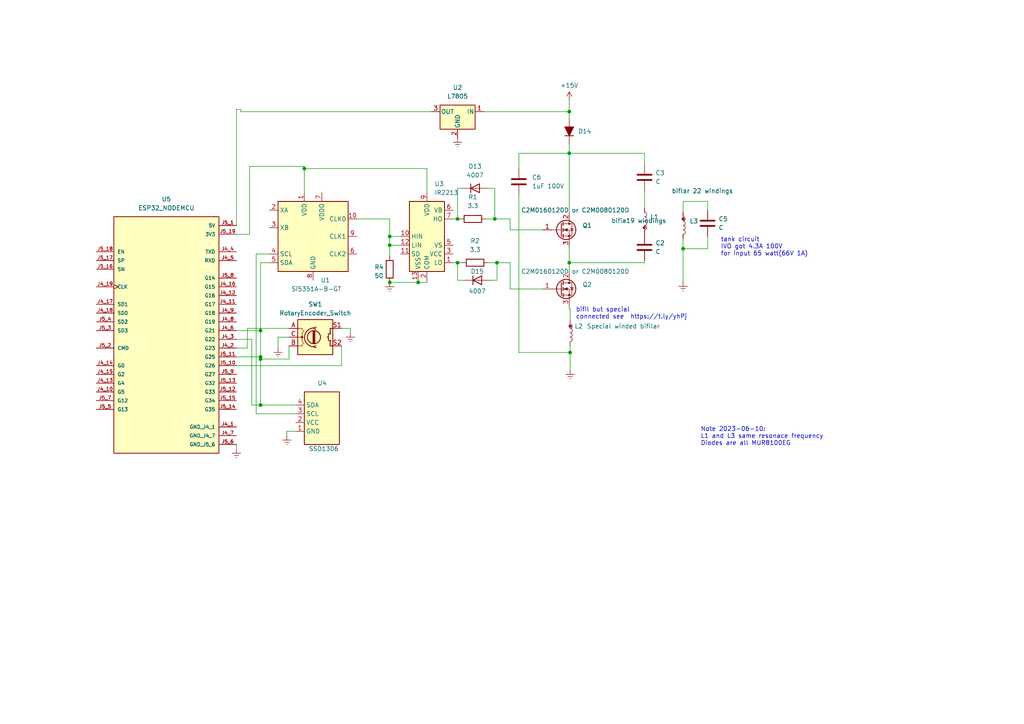
<source format=kicad_sch>
(kicad_sch (version 20230620) (generator eeschema)
  (paper "A4")
  (title_block (title "IVO Spiker") (date "2023-06-25") (rev "0.1") (company "YR-Design"))
  (lib_symbols
    (symbol "Device:D" (pin_numbers hide) (pin_names (offset 1.016) hide)
      (property "Reference" "D" (at 0 2.54 0))
      (property "Value" "D" (at 0 -2.54 0))
      (symbol "D_0_1"
        (polyline (pts (xy -1.27 1.27) (xy -1.27 -1.27)) (stroke (width 0.254)))
        (polyline (pts (xy 1.27 0) (xy -1.27 0)))
        (polyline (pts (xy 1.27 1.27) (xy 1.27 -1.27) (xy -1.27 0) (xy 1.27 1.27)) (stroke (width 0.254)))
      )
      (symbol "D_1_1"
        (pin passive line (at -3.81 0 0) (length 2.54) (name "K") (number "1"))
        (pin passive line (at 3.81 0 180) (length 2.54) (name "A") (number "2"))
      )
    )
    (symbol "Library:24AA02-OT"
      (property "Reference" "U?" (at -6.35 5.08 0))
      (property "Value" "SSD1306" (at 3.81 8.89 0))
      (symbol "24AA02-OT_1_1"
        (rectangle (start -5.08 -7.62) (end 5.08 7.62) (stroke (width 0.254)) (fill (type background)))
        (pin power_in line (at 7.62 3.81 180) (length 2.54) (name "GND") (number "1"))
        (pin power_in line (at 7.62 1.27 180) (length 2.54) (name "VCC") (number "2"))
        (pin input line (at 7.62 -1.27 180) (length 2.54) (name "SCL") (number "3"))
        (pin bidirectional line (at 7.62 -3.81 180) (length 2.54) (name "SDA") (number "4"))
        (pin no_connect line (at 7.62 -2.54 180) (length 2.54) hide (name "NC") (number "5"))
      )
    )
    (symbol "Library:C" (pin_numbers hide) (pin_names (offset 0.254))
      (property "Reference" "C" (at 0.635 2.54 0))
      (property "Value" "C" (at 0.635 -2.54 0))
      (symbol "C_0_1"
        (polyline (pts (xy -2.032 -0.762) (xy 2.032 -0.762)) (stroke (width 0.508)))
        (polyline (pts (xy -2.032 0.762) (xy 2.032 0.762)) (stroke (width 0.508)))
      )
      (symbol "C_1_1"
        (pin passive line (at 0 3.81 270) (length 2.794) (name "~") (number "1"))
        (pin passive line (at 0 -3.81 90) (length 2.794) (name "~") (number "2"))
      )
    )
    (symbol "Library:C2M0080120D" (pin_names hide)
      (property "Reference" "Q" (at 5.08 1.905 0))
      (property "Value" "C2M0080120D" (at 5.08 0 0))
      (symbol "C2M0080120D_0_1"
        (polyline (pts (xy 0.254 0) (xy -2.54 0)))
        (polyline (pts (xy 0.254 1.905) (xy 0.254 -1.905)) (stroke (width 0.254)))
        (polyline (pts (xy 0.762 -1.27) (xy 0.762 -2.286)) (stroke (width 0.254)))
        (polyline (pts (xy 0.762 0.508) (xy 0.762 -0.508)) (stroke (width 0.254)))
        (polyline (pts (xy 0.762 2.286) (xy 0.762 1.27)) (stroke (width 0.254)))
        (polyline (pts (xy 2.54 2.54) (xy 2.54 1.778)))
        (polyline (pts (xy 2.54 -2.54) (xy 2.54 0) (xy 0.762 0)))
        (polyline (pts (xy 0.762 -1.778) (xy 3.302 -1.778) (xy 3.302 1.778) (xy 0.762 1.778)))
        (polyline (pts (xy 1.016 0) (xy 2.032 0.381) (xy 2.032 -0.381) (xy 1.016 0)) (fill (type outline)))
        (polyline (pts (xy 2.794 0.508) (xy 2.921 0.381) (xy 3.683 0.381) (xy 3.81 0.254)))
        (polyline (pts (xy 3.302 0.381) (xy 2.921 -0.254) (xy 3.683 -0.254) (xy 3.302 0.381)))
        (circle (center 1.651 0) (radius 2.794) (stroke (width 0.254)))
        (circle (center 2.54 -1.778) (radius 0.254) (fill (type outline)))
        (circle (center 2.54 1.778) (radius 0.254) (fill (type outline)))
      )
      (symbol "C2M0080120D_1_1"
        (pin input line (at -5.08 0 0) (length 2.54) (name "G") (number "1"))
        (pin passive line (at 2.54 5.08 270) (length 2.54) (name "D") (number "2"))
        (pin passive line (at 2.54 -5.08 90) (length 2.54) (name "S") (number "3"))
      )
    )
    (symbol "Library:D_Filled" (pin_numbers hide) (pin_names (offset 1.016) hide)
      (property "Reference" "D" (at 0 2.54 0))
      (property "Value" "D_Filled" (at 0 -2.54 0))
      (symbol "D_Filled_0_1"
        (polyline (pts (xy -1.27 1.27) (xy -1.27 -1.27)) (stroke (width 0.254)))
        (polyline (pts (xy 1.27 0) (xy -1.27 0)))
        (polyline (pts (xy 1.27 1.27) (xy 1.27 -1.27) (xy -1.27 0) (xy 1.27 1.27)) (stroke (width 0.254)) (fill (type outline)))
      )
      (symbol "D_Filled_1_1"
        (pin passive line (at -3.81 0 0) (length 2.54) (name "K") (number "1"))
        (pin passive line (at 3.81 0 180) (length 2.54) (name "A") (number "2"))
      )
    )
    (symbol "Library:ESP32_NODEMCU" (pin_names (offset 1.016))
      (property "Reference" "U" (at -15.24 36.322 0))
      (property "Value" "ESP32_NODEMCU" (at -15.24 -35.56 0))
      (symbol "ESP32_NODEMCU_0_0"
        (rectangle (start -15.24 -33.02) (end 15.24 35.56) (stroke (width 0.254)) (fill (type background)))
        (pin power_in line (at 20.32 -25.4 180) (length 5.08) (name "GND_J4_1") (number "J4_1"))
        (pin bidirectional line (at -20.32 -15.24 0) (length 5.08) (name "G5") (number "J4_10"))
        (pin bidirectional line (at 20.32 10.16 180) (length 5.08) (name "G17") (number "J4_11"))
        (pin bidirectional line (at 20.32 12.7 180) (length 5.08) (name "G16") (number "J4_12"))
        (pin bidirectional line (at -20.32 -12.7 0) (length 5.08) (name "G4") (number "J4_13"))
        (pin bidirectional line (at -20.32 -7.62 0) (length 5.08) (name "G0") (number "J4_14"))
        (pin bidirectional line (at -20.32 -10.16 0) (length 5.08) (name "G2") (number "J4_15"))
        (pin bidirectional line (at 20.32 15.24 180) (length 5.08) (name "G15") (number "J4_16"))
        (pin bidirectional line (at -20.32 10.16 0) (length 5.08) (name "SD1") (number "J4_17"))
        (pin bidirectional line (at -20.32 7.62 0) (length 5.08) (name "SD0") (number "J4_18"))
        (pin input clock (at -20.32 15.24 0) (length 5.08) (name "CLK") (number "J4_19"))
        (pin bidirectional line (at 20.32 -2.54 180) (length 5.08) (name "G23") (number "J4_2"))
        (pin bidirectional line (at 20.32 0 180) (length 5.08) (name "G22") (number "J4_3"))
        (pin output line (at 20.32 25.4 180) (length 5.08) (name "TXD") (number "J4_4"))
        (pin input line (at 20.32 22.86 180) (length 5.08) (name "RXD") (number "J4_5"))
        (pin bidirectional line (at 20.32 2.54 180) (length 5.08) (name "G21") (number "J4_6"))
        (pin power_in line (at 20.32 -27.94 180) (length 5.08) (name "GND_J4_7") (number "J4_7"))
        (pin bidirectional line (at 20.32 5.08 180) (length 5.08) (name "G19") (number "J4_8"))
        (pin bidirectional line (at 20.32 7.62 180) (length 5.08) (name "G18") (number "J4_9"))
        (pin power_in line (at 20.32 33.02 180) (length 5.08) (name "5V") (number "J5_1"))
        (pin bidirectional line (at 20.32 -7.62 180) (length 5.08) (name "G26") (number "J5_10"))
        (pin bidirectional line (at 20.32 -5.08 180) (length 5.08) (name "G25") (number "J5_11"))
        (pin bidirectional line (at 20.32 -15.24 180) (length 5.08) (name "G33") (number "J5_12"))
        (pin bidirectional line (at 20.32 -12.7 180) (length 5.08) (name "G32") (number "J5_13"))
        (pin bidirectional line (at 20.32 -20.32 180) (length 5.08) (name "G35") (number "J5_14"))
        (pin bidirectional line (at 20.32 -17.78 180) (length 5.08) (name "G34") (number "J5_15"))
        (pin input line (at -20.32 20.32 0) (length 5.08) (name "SN") (number "J5_16"))
        (pin input line (at -20.32 22.86 0) (length 5.08) (name "SP") (number "J5_17"))
        (pin input line (at -20.32 25.4 0) (length 5.08) (name "EN") (number "J5_18"))
        (pin power_in line (at 20.32 30.48 180) (length 5.08) (name "3V3") (number "J5_19"))
        (pin bidirectional line (at -20.32 -2.54 0) (length 5.08) (name "CMD") (number "J5_2"))
        (pin bidirectional line (at -20.32 2.54 0) (length 5.08) (name "SD3") (number "J5_3"))
        (pin bidirectional line (at -20.32 5.08 0) (length 5.08) (name "SD2") (number "J5_4"))
        (pin bidirectional line (at -20.32 -20.32 0) (length 5.08) (name "G13") (number "J5_5"))
        (pin power_in line (at 20.32 -30.48 180) (length 5.08) (name "GND_J5_6") (number "J5_6"))
        (pin bidirectional line (at -20.32 -17.78 0) (length 5.08) (name "G12") (number "J5_7"))
        (pin bidirectional line (at 20.32 17.78 180) (length 5.08) (name "G14") (number "J5_8"))
        (pin bidirectional line (at 20.32 -10.16 180) (length 5.08) (name "G27") (number "J5_9"))
      )
    )
    (symbol "Library:IR2213"
      (property "Reference" "U" (at 1.27 13.335 0))
      (property "Value" "IR2213" (at 1.27 11.43 0))
      (symbol "IR2213_0_1"
        (rectangle (start -5.08 -10.16) (end 5.08 10.16) (stroke (width 0.254)) (fill (type background)))
      )
      (symbol "IR2213_1_1"
        (pin output line (at 7.62 -7.62 180) (length 2.54) (name "LO") (number "1"))
        (pin input line (at -7.62 0 0) (length 2.54) (name "HIN") (number "10"))
        (pin input line (at -7.62 -5.08 0) (length 2.54) (name "SD") (number "11"))
        (pin input line (at -7.62 -2.54 0) (length 2.54) (name "LIN") (number "12"))
        (pin power_in line (at -2.54 -12.7 90) (length 2.54) (name "VSS") (number "13"))
        (pin no_connect line (at -5.08 2.54 0) (length 2.54) hide (name "NC") (number "14"))
        (pin power_in line (at 0 -12.7 90) (length 2.54) (name "COM") (number "2"))
        (pin power_in line (at 7.62 -5.08 180) (length 2.54) (name "VCC") (number "3"))
        (pin no_connect line (at -5.08 7.62 0) (length 2.54) hide (name "NC") (number "4"))
        (pin passive line (at 7.62 -2.54 180) (length 2.54) (name "VS") (number "5"))
        (pin passive line (at 7.62 7.62 180) (length 2.54) (name "VB") (number "6"))
        (pin output line (at 7.62 5.08 180) (length 2.54) (name "HO") (number "7"))
        (pin no_connect line (at -5.08 5.08 0) (length 2.54) hide (name "NC") (number "8"))
        (pin power_in line (at 0 12.7 270) (length 2.54) (name "VDD") (number "9"))
      )
    )
    (symbol "Library:L" (pin_numbers hide) (pin_names (offset 1.016) hide)
      (property "Reference" "L" (at -1.27 0 90))
      (property "Value" "L" (at 1.905 0 90))
      (symbol "L_0_1"
        (arc (start 0 -2.54) (mid 0.6323 -1.905) (end 0 -1.27))
        (arc (start 0 -1.27) (mid 0.6323 -0.635) (end 0 0))
        (arc (start 0 0) (mid 0.6323 0.635) (end 0 1.27))
        (arc (start 0 1.27) (mid 0.6323 1.905) (end 0 2.54))
      )
      (symbol "L_1_1"
        (pin passive line (at 0 3.81 270) (length 1.27) (name "1") (number "1"))
        (pin passive line (at 0 -3.81 90) (length 1.27) (name "2") (number "2"))
      )
    )
    (symbol "Library:R" (pin_numbers hide) (pin_names (offset 0))
      (property "Reference" "R" (at 2.032 0 90))
      (property "Value" "R" (at 0 0 90))
      (symbol "R_0_1"
        (rectangle (start -1.016 -2.54) (end 1.016 2.54) (stroke (width 0.254)))
      )
      (symbol "R_1_1"
        (pin passive line (at 0 3.81 270) (length 1.27) (name "~") (number "1"))
        (pin passive line (at 0 -3.81 90) (length 1.27) (name "~") (number "2"))
      )
    )
    (symbol "Library:RotaryEncoder_Switch" (pin_names (offset 0.254) hide)
      (property "Reference" "SW" (at 0 6.604 0))
      (property "Value" "RotaryEncoder_Switch" (at 0 -6.604 0))
      (symbol "RotaryEncoder_Switch_0_1"
        (rectangle (start -5.08 5.08) (end 5.08 -5.08) (stroke (width 0.254)) (fill (type background)))
        (circle (center -3.81 0) (radius 0.254) (fill (type outline)))
        (circle (center -0.381 0) (radius 1.905) (stroke (width 0.254)))
        (arc (start -0.381 2.667) (mid -3.0988 -0.0635) (end -0.381 -2.794) (stroke (width 0.254)))
        (polyline (pts (xy -0.635 -1.778) (xy -0.635 1.778)) (stroke (width 0.254)))
        (polyline (pts (xy -0.381 -1.778) (xy -0.381 1.778)) (stroke (width 0.254)))
        (polyline (pts (xy -0.127 1.778) (xy -0.127 -1.778)) (stroke (width 0.254)))
        (polyline (pts (xy 3.81 0) (xy 3.429 0)) (stroke (width 0.254)))
        (polyline (pts (xy 3.81 1.016) (xy 3.81 -1.016)) (stroke (width 0.254)))
        (polyline (pts (xy -5.08 -2.54) (xy -3.81 -2.54) (xy -3.81 -2.032)))
        (polyline (pts (xy -5.08 2.54) (xy -3.81 2.54) (xy -3.81 2.032)))
        (polyline (pts (xy 0.254 -3.048) (xy -0.508 -2.794) (xy 0.127 -2.413)) (stroke (width 0.254)))
        (polyline (pts (xy 0.254 2.921) (xy -0.508 2.667) (xy 0.127 2.286)) (stroke (width 0.254)))
        (polyline (pts (xy 5.08 -2.54) (xy 4.318 -2.54) (xy 4.318 -1.016)) (stroke (width 0.254)))
        (polyline (pts (xy 5.08 2.54) (xy 4.318 2.54) (xy 4.318 1.016)) (stroke (width 0.254)))
        (polyline (pts (xy -5.08 0) (xy -3.81 0) (xy -3.81 -1.016) (xy -3.302 -2.032)))
        (polyline (pts (xy -4.318 0) (xy -3.81 0) (xy -3.81 1.016) (xy -3.302 2.032)))
        (circle (center 4.318 -1.016) (radius 0.127) (stroke (width 0.254)))
        (circle (center 4.318 1.016) (radius 0.127) (stroke (width 0.254)))
      )
      (symbol "RotaryEncoder_Switch_1_1"
        (pin passive line (at -7.62 2.54 0) (length 2.54) (name "A") (number "A"))
        (pin passive line (at -7.62 -2.54 0) (length 2.54) (name "B") (number "B"))
        (pin passive line (at -7.62 0 0) (length 2.54) (name "C") (number "C"))
        (pin passive line (at 7.62 2.54 180) (length 2.54) (name "S1") (number "S1"))
        (pin passive line (at 7.62 -2.54 180) (length 2.54) (name "S2") (number "S2"))
      )
    )
    (symbol "Library:Si5351A-B-GT"
      (property "Reference" "U" (at -8.89 11.43 0))
      (property "Value" "Si5351A-B-GT" (at -12.7 -12.7 0))
      (symbol "Si5351A-B-GT_0_1"
        (rectangle (start -10.16 10.16) (end 10.16 -10.16) (stroke (width 0.254)) (fill (type background)))
      )
      (symbol "Si5351A-B-GT_1_1"
        (pin power_in line (at -2.54 12.7 270) (length 2.54) (name "VDD") (number "1"))
        (pin output line (at 12.7 5.08 180) (length 2.54) (name "CLK0") (number "10"))
        (pin input line (at -12.7 7.62 0) (length 2.54) (name "XA") (number "2"))
        (pin input line (at -12.7 2.54 0) (length 2.54) (name "XB") (number "3"))
        (pin input line (at -12.7 -5.08 0) (length 2.54) (name "SCL") (number "4"))
        (pin bidirectional line (at -12.7 -7.62 0) (length 2.54) (name "SDA") (number "5"))
        (pin output line (at 12.7 -5.08 180) (length 2.54) (name "CLK2") (number "6"))
        (pin power_in line (at 2.54 12.7 270) (length 2.54) (name "VDDO") (number "7"))
        (pin power_in line (at 0 -12.7 90) (length 2.54) (name "GND") (number "8"))
        (pin output line (at 12.7 0 180) (length 2.54) (name "CLK1") (number "9"))
      )
    )
    (symbol "Regulator_Linear:L7805" (pin_names (offset 0.254))
      (property "Reference" "U" (at -3.81 3.175 0))
      (property "Value" "L7805" (at 0 3.175 0))
      (symbol "L7805_0_1"
        (rectangle (start -5.08 1.905) (end 5.08 -5.08) (stroke (width 0.254)) (fill (type background)))
      )
      (symbol "L7805_1_1"
        (pin power_in line (at -7.62 0 0) (length 2.54) (name "IN") (number "1"))
        (pin power_in line (at 0 -7.62 90) (length 2.54) (name "GND") (number "2"))
        (pin power_out line (at 7.62 0 180) (length 2.54) (name "OUT") (number "3"))
      )
    )
    (symbol "power:+15V" (power) (pin_names (offset 0))
      (property "Value" "+15V" (at 0 3.556 0))
      (symbol "+15V_0_1"
        (polyline (pts (xy -0.762 1.27) (xy 0 2.54)))
        (polyline (pts (xy 0 0) (xy 0 2.54)))
        (polyline (pts (xy 0 2.54) (xy 0.762 1.27)))
      )
      (symbol "+15V_1_1"
        (pin power_in line (at 0 0 90) (length 0) hide (name "+15V") (number "1"))
      )
    )
    (symbol "power:Earth" (power) (pin_names (offset 0))
      (symbol "Earth_0_1"
        (polyline (pts (xy -0.635 -1.905) (xy 0.635 -1.905)))
        (polyline (pts (xy -0.127 -2.54) (xy 0.127 -2.54)))
        (polyline (pts (xy 0 -1.27) (xy 0 0)))
        (polyline (pts (xy 1.27 -1.27) (xy -1.27 -1.27)))
      )
      (symbol "Earth_1_1"
        (pin power_in line (at 0 0 270) (length 0) hide (name "Earth") (number "1"))
      )
    )
  )
  (junction (at 75.565 103.505))
  (junction (at 143.51 63.5))
  (junction (at 165.354 102.235))
  (junction (at 75.565 95.885))
  (junction (at 75.565 104.14))
  (junction (at 113.03 71.12))
  (junction (at 132.715 76.2))
  (junction (at 113.03 68.58))
  (junction (at 165.1 44.45))
  (junction (at 165.1 32.385))
  (junction (at 198.12 72.136))
  (junction (at 132.715 63.5))
  (junction (at 165.1 76.2))
  (junction (at 121.285 81.915))
  (junction (at 144.145 76.2))
  (junction (at 113.03 81.915))
  (junction (at 88.265 48.895))
  (junction (at 75.565 117.475))
  (wire (pts (xy 132.715 54.61) (xy 132.715 63.5)))
  (wire (pts (xy 99.06 100.33) (xy 99.06 106.045)))
  (wire (pts (xy 85.725 120.015) (xy 74.295 120.015)))
  (wire (pts (xy 165.1 76.2) (xy 165.1 78.74)))
  (wire (pts (xy 80.645 97.79) (xy 83.82 97.79)))
  (wire (pts (xy 69.85 32.385) (xy 125.095 32.385)))
  (wire (pts (xy 123.825 81.915) (xy 121.285 81.915)))
  (wire (pts (xy 186.944 75.565) (xy 186.944 76.2)))
  (wire (pts (xy 147.955 63.5) (xy 147.955 66.675)))
  (wire (pts (xy 75.565 95.885) (xy 75.565 103.505)))
  (wire (pts (xy 75.565 95.885) (xy 75.565 76.2)))
  (wire (pts (xy 140.335 32.385) (xy 165.1 32.385)))
  (wire (pts (xy 147.955 83.82) (xy 157.48 83.82)))
  (wire (pts (xy 165.1 76.2) (xy 186.944 76.2)))
  (wire (pts (xy 198.12 61.595) (xy 198.12 58.42)))
  (wire (pts (xy 198.12 58.42) (xy 205.232 58.42)))
  (wire (pts (xy 80.645 100.965) (xy 80.645 97.79)))
  (wire (pts (xy 99.06 95.25) (xy 101.6 95.25)))
  (wire (pts (xy 113.03 68.58) (xy 113.03 71.12)))
  (wire (pts (xy 103.505 63.5) (xy 113.03 63.5)))
  (wire (pts (xy 205.232 72.136) (xy 198.12 72.136)))
  (wire (pts (xy 113.03 71.12) (xy 113.03 74.295)))
  (wire (pts (xy 147.955 76.2) (xy 147.955 83.82)))
  (wire (pts (xy 83.185 125.095) (xy 83.185 126.365)))
  (wire (pts (xy 165.354 89.535) (xy 165.354 92.71)))
  (wire (pts (xy 132.715 76.2) (xy 133.985 76.2)))
  (wire (pts (xy 68.58 103.505) (xy 75.565 103.505)))
  (wire (pts (xy 144.145 76.2) (xy 147.955 76.2)))
  (wire (pts (xy 140.97 63.5) (xy 143.51 63.5)))
  (wire (pts (xy 101.6 95.25) (xy 101.6 96.52)))
  (wire (pts (xy 121.285 81.28) (xy 121.285 81.915)))
  (wire (pts (xy 121.285 81.915) (xy 113.03 81.915)))
  (wire (pts (xy 165.1 44.45) (xy 165.1 61.595)))
  (wire (pts (xy 150.495 48.895) (xy 150.495 44.45)))
  (wire (pts (xy 165.1 29.21) (xy 165.1 32.385)))
  (wire (pts (xy 186.944 44.45) (xy 186.944 47.625)))
  (wire (pts (xy 198.12 72.136) (xy 198.12 81.788)))
  (wire (pts (xy 69.85 31.75) (xy 69.85 32.385)))
  (wire (pts (xy 150.495 102.235) (xy 165.354 102.235)))
  (wire (pts (xy 88.265 48.26) (xy 88.265 48.895)))
  (wire (pts (xy 142.24 81.28) (xy 144.145 81.28)))
  (wire (pts (xy 78.105 73.66) (xy 74.295 73.66)))
  (wire (pts (xy 113.03 68.58) (xy 116.205 68.58)))
  (wire (pts (xy 68.58 67.945) (xy 72.39 67.945)))
  (wire (pts (xy 132.715 81.28) (xy 132.715 76.2)))
  (wire (pts (xy 147.955 66.675) (xy 157.48 66.675)))
  (wire (pts (xy 75.565 117.475) (xy 85.725 117.475)))
  (wire (pts (xy 150.495 44.45) (xy 165.1 44.45)))
  (wire (pts (xy 165.1 44.45) (xy 186.944 44.45)))
  (wire (pts (xy 72.39 48.26) (xy 72.39 67.945)))
  (wire (pts (xy 68.58 98.425) (xy 73.025 98.425)))
  (wire (pts (xy 165.1 71.755) (xy 165.1 76.2)))
  (wire (pts (xy 68.58 31.75) (xy 69.85 31.75)))
  (wire (pts (xy 75.565 104.14) (xy 83.82 104.14)))
  (wire (pts (xy 165.1 88.9) (xy 165.1 89.535)))
  (wire (pts (xy 73.025 98.425) (xy 73.025 117.475)))
  (wire (pts (xy 74.295 73.66) (xy 74.295 120.015)))
  (wire (pts (xy 123.825 48.895) (xy 123.825 55.88)))
  (wire (pts (xy 78.105 76.2) (xy 75.565 76.2)))
  (wire (pts (xy 71.755 95.25) (xy 71.755 100.965)))
  (wire (pts (xy 88.265 55.88) (xy 88.265 48.895)))
  (wire (pts (xy 165.1 89.535) (xy 165.354 89.535)))
  (wire (pts (xy 68.58 106.045) (xy 99.06 106.045)))
  (wire (pts (xy 85.725 125.095) (xy 83.185 125.095)))
  (wire (pts (xy 113.03 63.5) (xy 113.03 68.58)))
  (wire (pts (xy 123.825 81.28) (xy 123.825 81.915)))
  (wire (pts (xy 68.58 100.965) (xy 71.755 100.965)))
  (wire (pts (xy 143.51 63.5) (xy 147.955 63.5)))
  (wire (pts (xy 198.12 69.215) (xy 198.12 72.136)))
  (wire (pts (xy 72.39 48.26) (xy 88.265 48.26)))
  (wire (pts (xy 68.58 65.405) (xy 68.58 31.75)))
  (wire (pts (xy 133.985 54.61) (xy 132.715 54.61)))
  (wire (pts (xy 144.145 76.2) (xy 144.145 81.28)))
  (wire (pts (xy 68.58 95.885) (xy 75.565 95.885)))
  (wire (pts (xy 88.265 48.895) (xy 123.825 48.895)))
  (wire (pts (xy 150.495 56.515) (xy 150.495 102.235)))
  (wire (pts (xy 205.232 68.58) (xy 205.232 72.136)))
  (wire (pts (xy 75.565 117.475) (xy 75.565 104.14)))
  (wire (pts (xy 132.715 81.28) (xy 134.62 81.28)))
  (wire (pts (xy 131.445 63.5) (xy 132.715 63.5)))
  (wire (pts (xy 68.58 128.905) (xy 68.58 130.175)))
  (wire (pts (xy 165.1 41.91) (xy 165.1 44.45)))
  (wire (pts (xy 141.605 54.61) (xy 143.51 54.61)))
  (wire (pts (xy 165.354 102.235) (xy 165.354 100.33)))
  (wire (pts (xy 143.51 54.61) (xy 143.51 63.5)))
  (wire (pts (xy 71.755 95.25) (xy 83.82 95.25)))
  (wire (pts (xy 165.354 107.315) (xy 165.354 102.235)))
  (wire (pts (xy 73.025 117.475) (xy 75.565 117.475)))
  (wire (pts (xy 131.445 76.2) (xy 132.715 76.2)))
  (wire (pts (xy 141.605 76.2) (xy 144.145 76.2)))
  (wire (pts (xy 186.944 55.245) (xy 186.944 60.325)))
  (wire (pts (xy 83.82 104.14) (xy 83.82 100.33)))
  (wire (pts (xy 75.565 103.505) (xy 75.565 104.14)))
  (wire (pts (xy 113.03 71.12) (xy 116.205 71.12)))
  (wire (pts (xy 132.715 63.5) (xy 133.35 63.5)))
  (wire (pts (xy 205.232 58.42) (xy 205.232 60.96)))
  (wire (pts (xy 165.1 32.385) (xy 165.1 34.29)))
  (circle (center 186.8599 66.0128) (radius 0.429) (stroke (width -0.0001)) (fill (type color) (color 134 0 46 1)))
  (circle (center 165.354 94.615) (radius 0.429) (stroke (width -0.0001)) (fill (type color) (color 134 0 46 1)))
  (circle (center 198.12 63.5) (radius 0.429) (stroke (width -0.0001)) (fill (type color) (color 134 0 46 1)))
  (text "\nNote 2023-06-10:\nL1 and L3 same resonace frequency\nDiodes are all MUR8100EG\n\n" (at 203.2 131.445 0) (effects (font (size 1.27 1.27)) (justify left bottom)))
  (text "bifil but special \nconnected see  https://t.ly/yhPj " (at 167.005 92.71 0) (effects (font (size 1.27 1.27)) (justify left bottom)))
  (text "tank circuit\nIVO got 4.3A 100V \nfor input 65 watt(66V 1A)\n\n" (at 209.042 76.454 0) (effects (font (size 1.27 1.27)) (justify left bottom)))
  (symbol (lib_id "Library:ESP32_NODEMCU") (at 48.26 98.425 0) (unit 1)
    (property "Reference" "U5" (at 48.26 57.785 0))
    (property "Value" "ESP32_NODEMCU" (at 48.26 60.325 0))
    (property "Footprint" "MODULE_ESP32_NODEMCU" (effects hide))
    (property "STANDARD" "Manufacturer Recommendations" (effects hide))
    (property "MAXIMUM_PACKAGE_HEIGHT" "6.6 mm" (effects hide))
    (property "MANUFACTURER" "Espressif" (effects hide))
  )
  (symbol (lib_id "power:Earth") (at 165.354 107.315 0) (unit 1)
    (property "Reference" "#PWR01" (effects hide))
    (property "Value" "Earth" (effects hide))
  )
  (symbol (lib_id "Library:R") (at 137.16 63.5 90) (unit 1)
    (property "Reference" "R1" (at 137.16 57.15 90))
    (property "Value" "3.3" (at 137.16 59.69 90))
  )
  (symbol (lib_id "Library:L") (at 198.12 65.405 0) (unit 1)
    (property "Reference" "L3" (at 200.025 64.135 0) (effects (justify left)))
    (property "Value" "biflar 22 windings" (at 194.818 55.372 0) (effects (justify left)))
  )
  (symbol (lib_id "Device:D") (at 138.43 81.28 0) (unit 1)
    (property "Reference" "D15" (at 138.43 78.74 0))
    (property "Value" "4007" (at 138.43 84.455 0))
    (property "Description" "Diode" (effects hide))
    (property "Sim.Device" "D" (effects hide))
    (property "Sim.Pins" "1=K 2=A" (effects hide))
  )
  (symbol (lib_id "Library:L") (at 165.354 96.52 0) (unit 1)
    (property "Reference" "L2" (at 166.624 94.615 0) (effects (justify left)))
    (property "Value" "Special winded bifilar" (at 170.18 94.615 0) (effects (justify left)))
  )
  (symbol (lib_id "Library:C") (at 186.944 71.755 0) (unit 1)
    (property "Reference" "C2" (at 190.119 70.485 0) (effects (justify left)))
    (property "Value" "C" (at 190.119 73.025 0) (effects (justify left)))
  )
  (symbol (lib_id "Library:C") (at 150.495 52.705 0) (unit 1)
    (property "Reference" "C6" (at 154.305 51.435 0) (effects (justify left)))
    (property "Value" "1uF 100V" (at 154.305 53.975 0) (effects (justify left)))
  )
  (symbol (lib_id "Regulator_Linear:L7805") (at 132.715 32.385 0) (mirror y) (unit 1)
    (property "Reference" "U2" (at 132.715 25.4 0))
    (property "Value" "L7805" (at 132.715 27.94 0))
    (property "Datasheet" "http://www.st.com/content/ccc/resource/technical/document/datasheet/41/4f/b3/b0/12/d4/47/88/CD00000444.pdf/files/CD00000444.pdf/jcr:content/translations/en.CD00000444.pdf" (effects hide))
    (property "Description" "Positive 1.5A 35V Linear Regulator, Fixed Output 5V, TO-220/TO-263/TO-252" (effects hide))
  )
  (symbol (lib_id "Library:IR2213") (at 123.825 68.58 0) (unit 1)
    (property "Reference" "U3" (at 126.0191 53.34 0) (effects (justify left)))
    (property "Value" "IR2213" (at 126.0191 55.88 0) (effects (justify left)))
    (property "Footprint" "Package_DIP:DIP-14_W7.62mm" (effects hide))
    (property "Datasheet" "https://www.infineon.com/dgdl/Infineon-IR2213-DS-v00_02-EN.pdf?fileId=5546d462533600a4015355c9621716d8" (effects hide))
  )
  (symbol (lib_id "Library:RotaryEncoder_Switch") (at 91.44 97.79 0) (unit 1)
    (property "Reference" "SW1" (at 91.44 88.265 0))
    (property "Value" "RotaryEncoder_Switch" (at 91.44 90.805 0))
  )
  (symbol (lib_id "Library:R") (at 113.03 78.105 180) (unit 1)
    (property "Reference" "R4" (at 108.585 77.47 0) (effects (justify right)))
    (property "Value" "50" (at 108.585 80.01 0) (effects (justify right)))
  )
  (symbol (lib_id "power:Earth") (at 113.03 81.915 0) (unit 1)
    (property "Reference" "#PWR03" (effects hide))
    (property "Value" "Earth" (effects hide))
  )
  (symbol (lib_id "power:Earth") (at 132.715 40.005 0) (unit 1)
    (property "Reference" "#PWR09" (effects hide))
    (property "Value" "Earth" (effects hide))
  )
  (symbol (lib_id "Library:Si5351A-B-GT") (at 90.805 68.58 0) (unit 1)
    (property "Reference" "U1" (at 92.9991 81.28 0) (effects (justify left)))
    (property "Value" "Si5351A-B-GT" (at 84.455 83.82 0) (effects (justify left)))
    (property "Footprint" "Package_SO:MSOP-10_3x3mm_P0.5mm" (effects hide))
    (property "Datasheet" "https://www.silabs.com/documents/public/data-sheets/Si5351-B.pdf" (effects hide))
  )
  (symbol (lib_id "Library:D_Filled") (at 165.1 38.1 90) (unit 1)
    (property "Reference" "D14" (at 167.64 38.1 90) (effects (justify right)))
    (property "Value" "D_Filled" (effects hide))
    (property "Sim.Device" "D" (effects hide))
    (property "Sim.Pins" "1=K 2=A" (effects hide))
  )
  (symbol (lib_id "power:Earth") (at 68.58 130.175 0) (unit 1)
    (property "Reference" "#PWR04" (effects hide))
    (property "Value" "Earth" (effects hide))
  )
  (symbol (lib_id "power:+15V") (at 165.1 29.21 0) (unit 1)
    (property "Reference" "#PWR08" (effects hide))
    (property "Value" "+15V" (at 165.1 24.765 0))
  )
  (symbol (lib_id "power:Earth") (at 198.12 81.788 0) (unit 1)
    (property "Reference" "#PWR02" (effects hide))
    (property "Value" "Earth" (effects hide))
  )
  (symbol (lib_id "Library:L") (at 186.944 64.135 0) (unit 1)
    (property "Reference" "L1" (at 188.595 62.865 0) (effects (justify left)))
    (property "Value" "bifia19 windings" (at 177.292 64.008 0) (effects (justify left)))
  )
  (symbol (lib_id "Library:24AA02-OT") (at 93.345 121.285 180) (unit 1)
    (property "Reference" "U4" (at 92.075 111.125 0) (effects (justify right)))
    (property "Value" "SSD1306" (at 89.535 130.175 0) (effects (justify right)))
    (property "Footprint" "Package_TO_SOT_SMD:SOT-23-5" (effects hide))
    (property "Datasheet" "http://ww1.microchip.com/downloads/en/DeviceDoc/21709J.pdf" (effects hide))
  )
  (symbol (lib_id "Library:C2M0080120D") (at 162.56 66.675 0) (unit 1)
    (property "Reference" "Q1" (at 168.91 65.405 0) (effects (justify left)))
    (property "Value" "C2M0160120D or C2M0080120D" (at 151.13 60.96 0) (effects (justify left)))
    (property "Footprint" "Package_TO_SOT_THT:TO-247-3_Vertical" (effects hide))
    (property "Datasheet" "https://www.wolfspeed.com/media/downloads/167/C2M0080120D.pdf" (effects hide))
    (property "Note" "Ordered from Amamzon. as FGA25N120 (https://www.amazon.co.jp/-/en/dp/B0BV18ZGTY?psc=1&smid=A2710B5WYUOLWF&ref_=chk_typ_imgToDp)" (effects hide))
  )
  (symbol (lib_id "power:Earth") (at 80.645 100.965 0) (unit 1)
    (property "Reference" "#PWR05" (effects hide))
    (property "Value" "Earth" (effects hide))
  )
  (symbol (lib_id "power:Earth") (at 101.6 96.52 0) (unit 1)
    (property "Reference" "#PWR06" (effects hide))
    (property "Value" "Earth" (effects hide))
  )
  (symbol (lib_id "Library:C2M0080120D") (at 162.56 83.82 0) (unit 1)
    (property "Reference" "Q2" (at 168.91 82.55 0) (effects (justify left)))
    (property "Value" "C2M0160120D or C2M0080120D" (at 151.13 78.74 0) (effects (justify left)))
    (property "Footprint" "Package_TO_SOT_THT:TO-247-3_Vertical" (effects hide))
    (property "Datasheet" "https://www.wolfspeed.com/media/downloads/167/C2M0080120D.pdf" (effects hide))
  )
  (symbol (lib_id "power:Earth") (at 83.185 126.365 0) (unit 1)
    (property "Reference" "#PWR07" (effects hide))
    (property "Value" "Earth" (effects hide))
  )
  (symbol (lib_id "Library:C") (at 186.944 51.435 0) (unit 1)
    (property "Reference" "C3" (at 190.119 50.165 0) (effects (justify left)))
    (property "Value" "C" (at 190.119 52.705 0) (effects (justify left)))
  )
  (symbol (lib_id "Library:C") (at 205.232 64.77 0) (unit 1)
    (property "Reference" "C5" (at 208.407 63.5 0) (effects (justify left)))
    (property "Value" "C" (at 208.407 66.04 0) (effects (justify left)))
  )
  (symbol (lib_id "Device:D") (at 137.795 54.61 0) (unit 1)
    (property "Reference" "D13" (at 137.795 48.26 0))
    (property "Value" "4007" (at 137.795 50.8 0))
    (property "Description" "Diode" (effects hide))
    (property "Sim.Device" "D" (effects hide))
    (property "Sim.Pins" "1=K 2=A" (effects hide))
  )
  (symbol (lib_id "Library:R") (at 137.795 76.2 90) (unit 1)
    (property "Reference" "R2" (at 137.795 69.85 90))
    (property "Value" "3.3" (at 137.795 72.39 90))
  )
)
</source>
